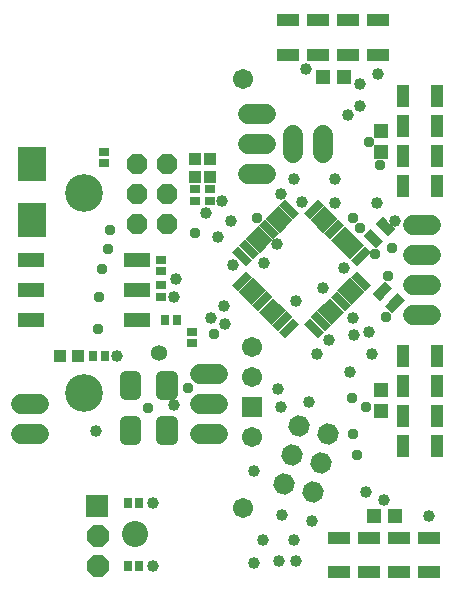
<source format=gbr>
G04 EAGLE Gerber RS-274X export*
G75*
%MOMM*%
%FSLAX34Y34*%
%LPD*%
%INSoldermask Top*%
%IPPOS*%
%AMOC8*
5,1,8,0,0,1.08239X$1,22.5*%
G01*
%ADD10C,3.203200*%
%ADD11C,1.703200*%
%ADD12C,2.203200*%
%ADD13C,1.727200*%
%ADD14P,1.869504X8X292.500000*%
%ADD15R,0.803200X0.903200*%
%ADD16R,0.903200X0.803200*%
%ADD17R,1.981200X1.117600*%
%ADD18R,1.311200X1.311200*%
%ADD19R,1.117600X1.981200*%
%ADD20R,1.711200X1.711200*%
%ADD21C,1.711200*%
%ADD22R,1.703200X0.753200*%
%ADD23R,0.753200X1.703200*%
%ADD24R,0.863200X0.513200*%
%ADD25R,1.003200X1.003200*%
%ADD26R,2.209800X1.295400*%
%ADD27R,2.403200X3.003200*%
%ADD28C,1.032191*%
%ADD29P,1.869504X8X277.500000*%
%ADD30R,1.853200X1.853200*%
%ADD31C,1.009600*%
%ADD32C,0.959600*%
%ADD33P,2.005885X8X22.500000*%
%ADD34C,1.359600*%


D10*
X45516Y313748D03*
X45516Y144567D03*
D11*
X180700Y47516D03*
X180700Y410800D03*
D12*
X88900Y25400D03*
D13*
X7620Y135890D02*
X-7620Y135890D01*
X-7620Y110490D02*
X7620Y110490D01*
D14*
X90170Y339090D03*
X115570Y339090D03*
X90170Y313690D03*
X115570Y313690D03*
X90170Y288290D03*
X115570Y288290D03*
D15*
X92630Y-1270D03*
X82630Y-1270D03*
X82630Y52070D03*
X92630Y52070D03*
D16*
X137160Y196770D03*
X137160Y186770D03*
D15*
X114380Y207010D03*
X124380Y207010D03*
D16*
X62230Y349170D03*
X62230Y339170D03*
D17*
X261620Y-6985D03*
X287020Y-6985D03*
X312420Y-6985D03*
X337820Y-6985D03*
X261620Y22225D03*
X287020Y22225D03*
X312420Y22225D03*
X337820Y22225D03*
D18*
X308610Y40640D03*
X290830Y40640D03*
D17*
X294640Y460375D03*
X269240Y460375D03*
X243840Y460375D03*
X218440Y460375D03*
X294640Y431165D03*
X269240Y431165D03*
X243840Y431165D03*
X218440Y431165D03*
D18*
X247650Y412750D03*
X265430Y412750D03*
D19*
X344805Y320040D03*
X344805Y345440D03*
X344805Y370840D03*
X344805Y396240D03*
X315595Y320040D03*
X315595Y345440D03*
X315595Y370840D03*
X315595Y396240D03*
D18*
X297180Y367030D03*
X297180Y349250D03*
D20*
X187960Y133350D03*
D21*
X187960Y107950D03*
X187960Y158750D03*
X187960Y184150D03*
D19*
X344805Y100330D03*
X344805Y125730D03*
X344805Y151130D03*
X344805Y176530D03*
X315595Y100330D03*
X315595Y125730D03*
X315595Y151130D03*
X315595Y176530D03*
D18*
X297180Y147320D03*
X297180Y129540D03*
D22*
G36*
X237119Y208669D02*
X249161Y196627D01*
X243835Y191301D01*
X231793Y203343D01*
X237119Y208669D01*
G37*
G36*
X242775Y214326D02*
X254817Y202284D01*
X249491Y196958D01*
X237449Y209000D01*
X242775Y214326D01*
G37*
G36*
X248432Y219983D02*
X260474Y207941D01*
X255148Y202615D01*
X243106Y214657D01*
X248432Y219983D01*
G37*
G36*
X254089Y225640D02*
X266131Y213598D01*
X260805Y208272D01*
X248763Y220314D01*
X254089Y225640D01*
G37*
G36*
X259746Y231297D02*
X271788Y219255D01*
X266462Y213929D01*
X254420Y225971D01*
X259746Y231297D01*
G37*
G36*
X265403Y236954D02*
X277445Y224912D01*
X272119Y219586D01*
X260077Y231628D01*
X265403Y236954D01*
G37*
G36*
X271060Y242611D02*
X283102Y230569D01*
X277776Y225243D01*
X265734Y237285D01*
X271060Y242611D01*
G37*
G36*
X276717Y248267D02*
X288759Y236225D01*
X283433Y230899D01*
X271391Y242941D01*
X276717Y248267D01*
G37*
D23*
G36*
X283433Y269481D02*
X288759Y264155D01*
X276717Y252113D01*
X271391Y257439D01*
X283433Y269481D01*
G37*
G36*
X277776Y275137D02*
X283102Y269811D01*
X271060Y257769D01*
X265734Y263095D01*
X277776Y275137D01*
G37*
G36*
X272119Y280794D02*
X277445Y275468D01*
X265403Y263426D01*
X260077Y268752D01*
X272119Y280794D01*
G37*
G36*
X266462Y286451D02*
X271788Y281125D01*
X259746Y269083D01*
X254420Y274409D01*
X266462Y286451D01*
G37*
G36*
X260805Y292108D02*
X266131Y286782D01*
X254089Y274740D01*
X248763Y280066D01*
X260805Y292108D01*
G37*
G36*
X255148Y297765D02*
X260474Y292439D01*
X248432Y280397D01*
X243106Y285723D01*
X255148Y297765D01*
G37*
G36*
X249491Y303422D02*
X254817Y298096D01*
X242775Y286054D01*
X237449Y291380D01*
X249491Y303422D01*
G37*
G36*
X243835Y309079D02*
X249161Y303753D01*
X237119Y291711D01*
X231793Y297037D01*
X243835Y309079D01*
G37*
D22*
G36*
X215905Y309079D02*
X227947Y297037D01*
X222621Y291711D01*
X210579Y303753D01*
X215905Y309079D01*
G37*
G36*
X210249Y303422D02*
X222291Y291380D01*
X216965Y286054D01*
X204923Y298096D01*
X210249Y303422D01*
G37*
G36*
X204592Y297765D02*
X216634Y285723D01*
X211308Y280397D01*
X199266Y292439D01*
X204592Y297765D01*
G37*
G36*
X198935Y292108D02*
X210977Y280066D01*
X205651Y274740D01*
X193609Y286782D01*
X198935Y292108D01*
G37*
G36*
X193278Y286451D02*
X205320Y274409D01*
X199994Y269083D01*
X187952Y281125D01*
X193278Y286451D01*
G37*
G36*
X187621Y280794D02*
X199663Y268752D01*
X194337Y263426D01*
X182295Y275468D01*
X187621Y280794D01*
G37*
G36*
X181964Y275137D02*
X194006Y263095D01*
X188680Y257769D01*
X176638Y269811D01*
X181964Y275137D01*
G37*
G36*
X176307Y269481D02*
X188349Y257439D01*
X183023Y252113D01*
X170981Y264155D01*
X176307Y269481D01*
G37*
D23*
G36*
X183023Y248267D02*
X188349Y242941D01*
X176307Y230899D01*
X170981Y236225D01*
X183023Y248267D01*
G37*
G36*
X188680Y242611D02*
X194006Y237285D01*
X181964Y225243D01*
X176638Y230569D01*
X188680Y242611D01*
G37*
G36*
X194337Y236954D02*
X199663Y231628D01*
X187621Y219586D01*
X182295Y224912D01*
X194337Y236954D01*
G37*
G36*
X199994Y231297D02*
X205320Y225971D01*
X193278Y213929D01*
X187952Y219255D01*
X199994Y231297D01*
G37*
G36*
X205651Y225640D02*
X210977Y220314D01*
X198935Y208272D01*
X193609Y213598D01*
X205651Y225640D01*
G37*
G36*
X211308Y219983D02*
X216634Y214657D01*
X204592Y202615D01*
X199266Y207941D01*
X211308Y219983D01*
G37*
G36*
X216965Y214326D02*
X222291Y209000D01*
X210249Y196958D01*
X204923Y202284D01*
X216965Y214326D01*
G37*
G36*
X222621Y208669D02*
X227947Y203343D01*
X215905Y191301D01*
X210579Y196627D01*
X222621Y208669D01*
G37*
D24*
G36*
X292043Y280245D02*
X285940Y274142D01*
X282311Y277771D01*
X288414Y283874D01*
X292043Y280245D01*
G37*
G36*
X295579Y276710D02*
X289476Y270607D01*
X285847Y274236D01*
X291950Y280339D01*
X295579Y276710D01*
G37*
G36*
X299114Y273174D02*
X293011Y267071D01*
X289382Y270700D01*
X295485Y276803D01*
X299114Y273174D01*
G37*
G36*
X309509Y283569D02*
X303406Y277466D01*
X299777Y281095D01*
X305880Y287198D01*
X309509Y283569D01*
G37*
G36*
X305973Y287104D02*
X299870Y281001D01*
X296241Y284630D01*
X302344Y290733D01*
X305973Y287104D01*
G37*
G36*
X302438Y290640D02*
X296335Y284537D01*
X292706Y288166D01*
X298809Y294269D01*
X302438Y290640D01*
G37*
G36*
X303105Y229927D02*
X297002Y236030D01*
X300631Y239659D01*
X306734Y233556D01*
X303105Y229927D01*
G37*
G36*
X299570Y226391D02*
X293467Y232494D01*
X297096Y236123D01*
X303199Y230020D01*
X299570Y226391D01*
G37*
G36*
X296034Y222856D02*
X289931Y228959D01*
X293560Y232588D01*
X299663Y226485D01*
X296034Y222856D01*
G37*
G36*
X306429Y212461D02*
X300326Y218564D01*
X303955Y222193D01*
X310058Y216090D01*
X306429Y212461D01*
G37*
G36*
X309964Y215997D02*
X303861Y222100D01*
X307490Y225729D01*
X313593Y219626D01*
X309964Y215997D01*
G37*
G36*
X313500Y219532D02*
X307397Y225635D01*
X311026Y229264D01*
X317129Y223161D01*
X313500Y219532D01*
G37*
D25*
X25520Y176530D03*
X40520Y176530D03*
D15*
X53420Y176530D03*
X63420Y176530D03*
D16*
X110490Y247730D03*
X110490Y257730D03*
X110490Y236140D03*
X110490Y226140D03*
X139700Y317420D03*
X139700Y307420D03*
D25*
X139700Y342780D03*
X139700Y327780D03*
D13*
X143510Y161290D02*
X158750Y161290D01*
X158750Y135890D02*
X143510Y135890D01*
X143510Y110490D02*
X158750Y110490D01*
X184150Y330200D02*
X199390Y330200D01*
X199390Y355600D02*
X184150Y355600D01*
X184150Y381000D02*
X199390Y381000D01*
D16*
X152400Y317420D03*
X152400Y307420D03*
D25*
X152400Y342780D03*
X152400Y327780D03*
D26*
X90678Y207010D03*
X762Y207010D03*
X90678Y232410D03*
X762Y232410D03*
X762Y257810D03*
X90678Y257810D03*
D27*
X1270Y290960D03*
X1270Y338960D03*
D28*
X80875Y144125D02*
X88985Y144125D01*
X80875Y144125D02*
X80875Y158135D01*
X88985Y158135D01*
X88985Y144125D01*
X88985Y153931D02*
X80875Y153931D01*
X111675Y144125D02*
X119785Y144125D01*
X111675Y144125D02*
X111675Y158135D01*
X119785Y158135D01*
X119785Y144125D01*
X119785Y153931D02*
X111675Y153931D01*
X111675Y120035D02*
X119785Y120035D01*
X119785Y106025D01*
X111675Y106025D01*
X111675Y120035D01*
X111675Y115831D02*
X119785Y115831D01*
X88985Y120035D02*
X80875Y120035D01*
X88985Y120035D02*
X88985Y106025D01*
X80875Y106025D01*
X80875Y120035D01*
X80875Y115831D02*
X88985Y115831D01*
D13*
X323850Y287020D02*
X339090Y287020D01*
X339090Y261620D02*
X323850Y261620D01*
X323850Y236220D02*
X339090Y236220D01*
X339090Y210820D02*
X323850Y210820D01*
D29*
X252521Y110148D03*
X227987Y116722D03*
X245947Y85613D03*
X221413Y92187D03*
X239373Y61078D03*
X214839Y67652D03*
D13*
X222250Y347980D02*
X222250Y363220D01*
X247650Y363220D02*
X247650Y347980D01*
D30*
X57073Y49530D03*
D31*
X299720Y54610D03*
X233680Y419100D03*
X273050Y208280D03*
X289560Y177800D03*
D32*
X301200Y208800D03*
X139700Y280670D03*
X67310Y283210D03*
X303030Y243840D03*
X192270Y292830D03*
D31*
X213360Y41910D03*
X189230Y78740D03*
X238760Y36830D03*
X223520Y20320D03*
X196850Y20320D03*
X189230Y1270D03*
X210820Y2540D03*
X224790Y2540D03*
X212090Y133350D03*
X209550Y148590D03*
X270510Y162560D03*
X284480Y60960D03*
X55880Y113030D03*
D32*
X57150Y199390D03*
X58420Y226060D03*
X60960Y250190D03*
X66040Y266700D03*
D31*
X257810Y326390D03*
X223520Y326390D03*
X293370Y306070D03*
X274320Y194310D03*
X236220Y137160D03*
D32*
X295910Y337820D03*
X286850Y357270D03*
X292400Y262390D03*
X99500Y132000D03*
X155500Y194500D03*
D31*
X242952Y178182D03*
X198120Y255270D03*
X170180Y290624D03*
X248150Y233980D03*
X265680Y250980D03*
X225293Y222753D03*
D33*
X57150Y-1270D03*
D31*
X104140Y-1270D03*
X279400Y388144D03*
X279400Y406400D03*
D32*
X276860Y92710D03*
X284480Y133350D03*
D31*
X269074Y380190D03*
X294640Y415290D03*
X162560Y307134D03*
X230370Y306570D03*
X257810Y306070D03*
X148590Y297180D03*
X212090Y313690D03*
X252811Y189311D03*
X163830Y218440D03*
X153174Y207982D03*
X121920Y226060D03*
X171450Y253206D03*
D32*
X272620Y140540D03*
X273050Y110490D03*
X279400Y284480D03*
X273050Y293370D03*
D31*
X209040Y271250D03*
D33*
X57150Y24130D03*
D31*
X73660Y176530D03*
X121920Y134424D03*
X287020Y196850D03*
X337820Y40640D03*
X158750Y276860D03*
X165100Y203200D03*
X123190Y241300D03*
X309199Y290299D03*
D34*
X108980Y178740D03*
D32*
X306070Y267970D03*
D31*
X104140Y52070D03*
D32*
X133500Y149000D03*
M02*

</source>
